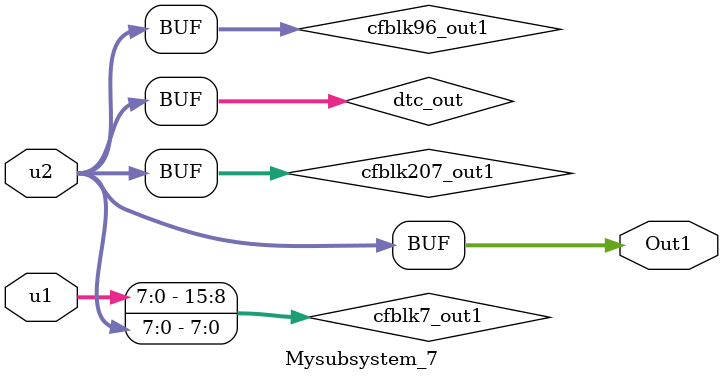
<source format=v>



`timescale 1 ns / 1 ns

module Mysubsystem_7
          (u1,
           u2,
           Out1);


  input   [7:0] u1;  // uint8
  input   [7:0] u2;  // uint8
  output  [7:0] Out1;  // uint8


  wire [15:0] cfblk7_out1;  // uint16
  wire [7:0] cfblk207_out1;  // uint8
  wire [7:0] dtc_out;  // ufix8
  wire [7:0] cfblk96_out1;  // uint8


  assign cfblk7_out1 = {u1, u2};



  assign cfblk207_out1 = cfblk7_out1[7:0];



  assign dtc_out = cfblk207_out1;



  assign cfblk96_out1 = dtc_out;



  assign Out1 = cfblk96_out1;

endmodule  // Mysubsystem_7


</source>
